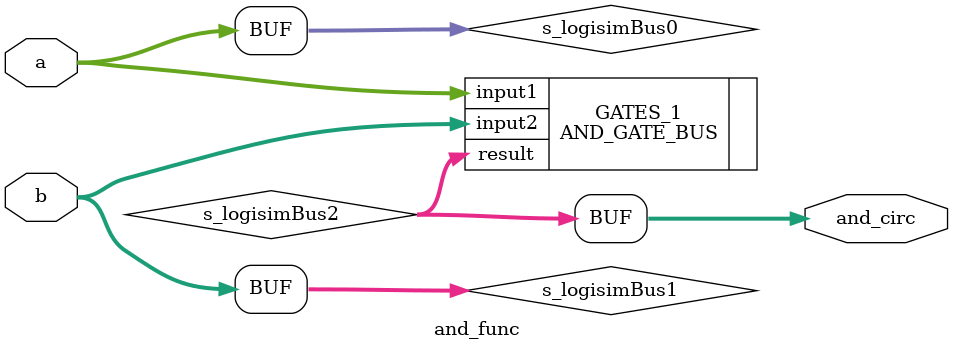
<source format=v>
/******************************************************************************
 ** Logisim-evolution goes FPGA automatic generated Verilog code             **
 ** https://github.com/logisim-evolution/                                    **
 **                                                                          **
 ** Component : and_func                                                     **
 **                                                                          **
 *****************************************************************************/

module and_func( a,
                 and_circ,
                 b );

   /*******************************************************************************
   ** The inputs are defined here                                                **
   *******************************************************************************/
   input [31:0] a;
   input [31:0] b;

   /*******************************************************************************
   ** The outputs are defined here                                               **
   *******************************************************************************/
   output [31:0] and_circ;

   /*******************************************************************************
   ** The wires are defined here                                                 **
   *******************************************************************************/
   wire [31:0] s_logisimBus0;
   wire [31:0] s_logisimBus1;
   wire [31:0] s_logisimBus2;

   /*******************************************************************************
   ** The module functionality is described here                                 **
   *******************************************************************************/

   /*******************************************************************************
   ** Here all input connections are defined                                     **
   *******************************************************************************/
   assign s_logisimBus0[31:0] = a;
   assign s_logisimBus1[31:0] = b;

   /*******************************************************************************
   ** Here all output connections are defined                                    **
   *******************************************************************************/
   assign and_circ = s_logisimBus2[31:0];

   /*******************************************************************************
   ** Here all normal components are defined                                     **
   *******************************************************************************/
   AND_GATE_BUS #(.BubblesMask(2'b00),
                  .NrOfBits(32))
      GATES_1 (.input1(s_logisimBus0[31:0]),
               .input2(s_logisimBus1[31:0]),
               .result(s_logisimBus2[31:0]));


endmodule

</source>
